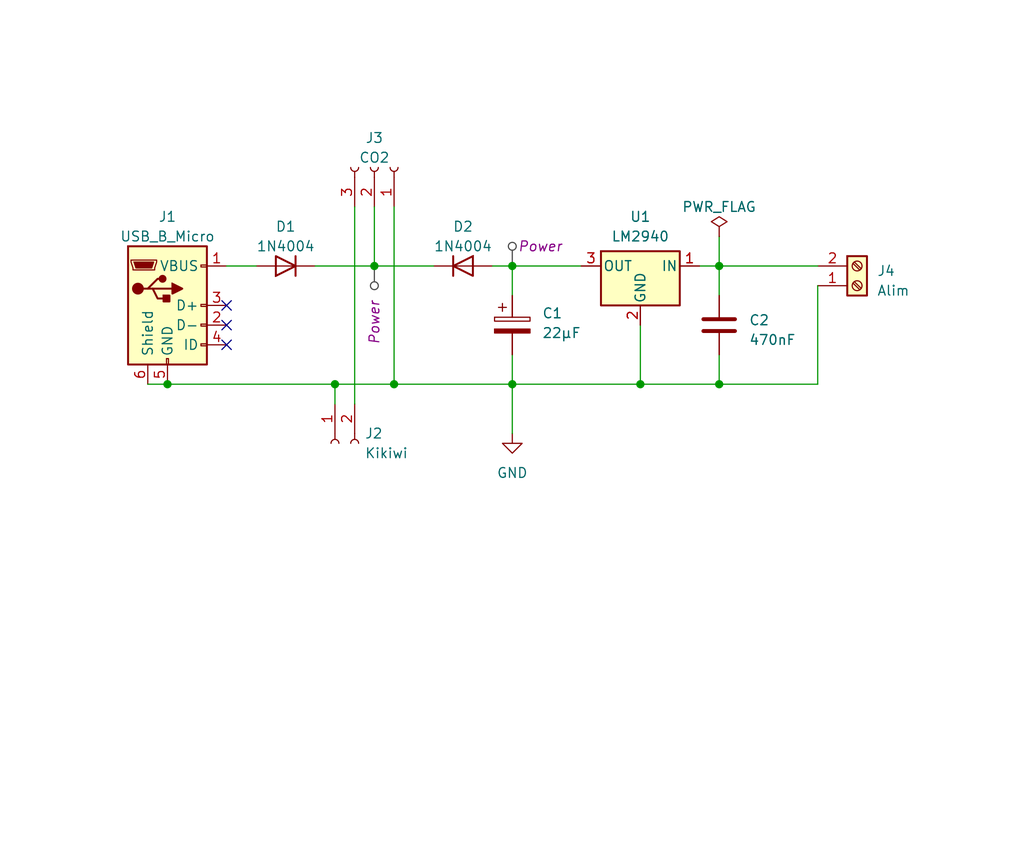
<source format=kicad_sch>
(kicad_sch (version 20230121) (generator eeschema)
  (paper "User" 132.004 110.007)
  (title_block (title "UBPE CO2 sensor power supply 2023") (date "2023-11-11") (rev "1.1") (company "L0AD") (comment 1 "input via external power supply (> 6V) or power bank") (comment 2 "sensor (data only) connected to CNES Kikiwi board"))
  (lib_symbols
    (symbol "Connector:Conn_01x02_Socket" (pin_names (offset 1.016) hide)
      (property "Reference" "J2" (at -1.27 1.27 90))
      (property "Value" "Kikiwi" (at 1.27 1.27 90))
      (symbol "Conn_01x02_Socket_1_1"
        (arc (start 0 -2.032) (mid -0.5058 -2.54) (end 0 -3.048) (stroke (width 0.1524)))
        (polyline (pts (xy -1.27 -2.54) (xy -0.508 -2.54)) (stroke (width 0.1524)))
        (polyline (pts (xy -1.27 0) (xy -0.508 0)) (stroke (width 0.1524)))
        (arc (start 0 0.508) (mid -0.5058 0) (end 0 -0.508) (stroke (width 0.1524)))
        (pin passive line (at -5.08 -2.54 0) (length 3.81) (name "Pin_1") (number "1"))
        (pin passive line (at -5.08 0 0) (length 3.81) (name "Pin_2") (number "2"))
      )
    )
    (symbol "Connector:Conn_01x03_Socket" (pin_names (offset 1.016) hide)
      (property "Reference" "J3" (at 3.81 0 90))
      (property "Value" "CO2" (at 1.27 0 90))
      (symbol "Conn_01x03_Socket_1_1"
        (arc (start 0 -2.032) (mid -0.5058 -2.54) (end 0 -3.048) (stroke (width 0.1524)))
        (polyline (pts (xy -1.27 -2.54) (xy -0.508 -2.54)) (stroke (width 0.1524)))
        (polyline (pts (xy -1.27 0) (xy -0.508 0)) (stroke (width 0.1524)))
        (polyline (pts (xy -1.27 2.54) (xy -0.508 2.54)) (stroke (width 0.1524)))
        (arc (start 0 0.508) (mid -0.5058 0) (end 0 -0.508) (stroke (width 0.1524)))
        (arc (start 0 3.048) (mid -0.5058 2.54) (end 0 2.032) (stroke (width 0.1524)))
        (pin passive line (at -5.08 -2.54 0) (length 3.81) (name "Pin_1") (number "1"))
        (pin passive line (at -5.08 0 0) (length 3.81) (name "Pin_2") (number "2"))
        (pin passive line (at -5.08 2.54 0) (length 3.81) (name "Pin_3") (number "3"))
      )
    )
    (symbol "Connector:Screw_Terminal_01x02" (pin_names (offset 1.016) hide)
      (property "Reference" "J4" (at 2.54 -0.635 0))
      (property "Value" "Alim" (at 2.54 -3.175 0))
      (symbol "Screw_Terminal_01x02_1_1"
        (rectangle (start -1.27 1.27) (end 1.27 -3.81) (stroke (width 0.254)) (fill (type background)))
        (circle (center 0 -2.54) (radius 0.635) (stroke (width 0.1524)))
        (polyline (pts (xy -0.5334 -2.2098) (xy 0.3302 -3.048)) (stroke (width 0.1524)))
        (polyline (pts (xy -0.5334 0.3302) (xy 0.3302 -0.508)) (stroke (width 0.1524)))
        (polyline (pts (xy -0.3556 -2.032) (xy 0.508 -2.8702)) (stroke (width 0.1524)))
        (polyline (pts (xy -0.3556 0.508) (xy 0.508 -0.3302)) (stroke (width 0.1524)))
        (circle (center 0 0) (radius 0.635) (stroke (width 0.1524)))
        (pin passive line (at -5.08 -2.54 0) (length 3.81) (name "Pin_1") (number "1"))
        (pin passive line (at -5.08 0 0) (length 3.81) (name "Pin_2") (number "2"))
      )
    )
    (symbol "Connector:USB_B_Micro" (pin_names (offset 1.016))
      (property "Reference" "J" (at -5.08 11.43 0))
      (property "Value" "USB_B_Micro" (at -5.08 8.89 0))
      (symbol "USB_B_Micro_0_1"
        (rectangle (start -5.08 -7.62) (end 5.08 7.62) (stroke (width 0.254)) (fill (type background)))
        (circle (center -3.81 2.159) (radius 0.635) (stroke (width 0.254)) (fill (type outline)))
        (circle (center -0.635 3.429) (radius 0.381) (stroke (width 0.254)) (fill (type outline)))
        (rectangle (start -0.127 -7.62) (end 0.127 -6.858))
        (polyline (pts (xy -1.905 2.159) (xy 0.635 2.159)) (stroke (width 0.254)))
        (polyline (pts (xy -3.175 2.159) (xy -2.54 2.159) (xy -1.27 3.429) (xy -0.635 3.429)) (stroke (width 0.254)))
        (polyline (pts (xy -2.54 2.159) (xy -1.905 2.159) (xy -1.27 0.889) (xy 0 0.889)) (stroke (width 0.254)))
        (polyline (pts (xy 0.635 2.794) (xy 0.635 1.524) (xy 1.905 2.159) (xy 0.635 2.794)) (stroke (width 0.254)) (fill (type outline)))
        (polyline (pts (xy -4.318 5.588) (xy -1.778 5.588) (xy -2.032 4.826) (xy -4.064 4.826) (xy -4.318 5.588)) (fill (type outline)))
        (polyline (pts (xy -4.699 5.842) (xy -4.699 5.588) (xy -4.445 4.826) (xy -4.445 4.572) (xy -1.651 4.572) (xy -1.651 4.826) (xy -1.397 5.588) (xy -1.397 5.842) (xy -4.699 5.842)))
        (rectangle (start 0.254 1.27) (end -0.508 0.508) (stroke (width 0.254)) (fill (type outline)))
        (rectangle (start 5.08 -5.207) (end 4.318 -4.953))
        (rectangle (start 5.08 -2.667) (end 4.318 -2.413))
        (rectangle (start 5.08 -0.127) (end 4.318 0.127))
        (rectangle (start 5.08 4.953) (end 4.318 5.207))
      )
      (symbol "USB_B_Micro_1_1"
        (pin power_out line (at 7.62 5.08 180) (length 2.54) (name "VBUS") (number "1"))
        (pin bidirectional line (at 7.62 -2.54 180) (length 2.54) (name "D-") (number "2"))
        (pin bidirectional line (at 7.62 0 180) (length 2.54) (name "D+") (number "3"))
        (pin passive line (at 7.62 -5.08 180) (length 2.54) (name "ID") (number "4"))
        (pin power_out line (at 0 -10.16 90) (length 2.54) (name "GND") (number "5"))
        (pin passive line (at -2.54 -10.16 90) (length 2.54) (name "Shield") (number "6"))
      )
    )
    (symbol "Device:C" (pin_numbers hide) (pin_names (offset 0.254))
      (property "Reference" "C" (at 0.635 2.54 0))
      (property "Value" "C" (at 0.635 -2.54 0))
      (symbol "C_0_1"
        (polyline (pts (xy -2.032 -0.762) (xy 2.032 -0.762)) (stroke (width 0.508)))
        (polyline (pts (xy -2.032 0.762) (xy 2.032 0.762)) (stroke (width 0.508)))
      )
      (symbol "C_1_1"
        (pin passive line (at 0 3.81 270) (length 2.794) (name "~") (number "1"))
        (pin passive line (at 0 -3.81 90) (length 2.794) (name "~") (number "2"))
      )
    )
    (symbol "Device:C_Polarized" (pin_numbers hide) (pin_names (offset 0.254))
      (property "Reference" "C" (at 0.635 2.54 0))
      (property "Value" "C_Polarized" (at 0.635 -2.54 0))
      (symbol "C_Polarized_0_1"
        (rectangle (start -2.286 0.508) (end 2.286 1.016))
        (polyline (pts (xy -1.778 2.286) (xy -0.762 2.286)))
        (polyline (pts (xy -1.27 2.794) (xy -1.27 1.778)))
        (rectangle (start 2.286 -0.508) (end -2.286 -1.016) (fill (type outline)))
      )
      (symbol "C_Polarized_1_1"
        (pin passive line (at 0 3.81 270) (length 2.794) (name "~") (number "1"))
        (pin passive line (at 0 -3.81 90) (length 2.794) (name "~") (number "2"))
      )
    )
    (symbol "Diode:1N4004" (pin_numbers hide) (pin_names hide)
      (property "Reference" "D" (at 0 2.54 0))
      (property "Value" "1N4004" (at 0 -2.54 0))
      (symbol "1N4004_0_1"
        (polyline (pts (xy -1.27 1.27) (xy -1.27 -1.27)) (stroke (width 0.254)))
        (polyline (pts (xy 1.27 0) (xy -1.27 0)))
        (polyline (pts (xy 1.27 1.27) (xy 1.27 -1.27) (xy -1.27 0) (xy 1.27 1.27)) (stroke (width 0.254)))
      )
      (symbol "1N4004_1_1"
        (pin passive line (at -3.81 0 0) (length 2.54) (name "K") (number "1"))
        (pin passive line (at 3.81 0 180) (length 2.54) (name "A") (number "2"))
      )
    )
    (symbol "Regulator_Linear:L7805" (pin_names (offset 0.254))
      (property "Reference" "U" (at -3.81 3.175 0))
      (property "Value" "L7805" (at 0 3.175 0))
      (symbol "L7805_0_1"
        (rectangle (start -5.08 1.905) (end 5.08 -5.08) (stroke (width 0.254)) (fill (type background)))
      )
      (symbol "L7805_1_1"
        (pin power_in line (at -7.62 0 0) (length 2.54) (name "IN") (number "1"))
        (pin power_in line (at 0 -7.62 90) (length 2.54) (name "GND") (number "2"))
        (pin power_out line (at 7.62 0 180) (length 2.54) (name "OUT") (number "3"))
      )
    )
    (symbol "power:GND" (power) (pin_names (offset 0))
      (property "Value" "GND" (at 0 -3.81 0))
      (symbol "GND_0_1"
        (polyline (pts (xy 0 0) (xy 0 -1.27) (xy 1.27 -1.27) (xy 0 -2.54) (xy -1.27 -1.27) (xy 0 -1.27)))
      )
      (symbol "GND_1_1"
        (pin power_in line (at 0 0 270) (length 0) hide (name "GND") (number "1"))
      )
    )
    (symbol "power:PWR_FLAG" (power) (pin_numbers hide) (pin_names (offset 0) hide)
      (property "Value" "PWR_FLAG" (at 0 3.81 0))
      (symbol "PWR_FLAG_0_0"
        (pin power_out line (at 0 0 90) (length 0) (name "pwr") (number "1"))
      )
      (symbol "PWR_FLAG_0_1"
        (polyline (pts (xy 0 0) (xy 0 1.27) (xy -1.016 1.905) (xy 0 2.54) (xy 1.016 1.905) (xy 0 1.27)))
      )
    )
  )
  (junction (at 82.55 49.53))
  (junction (at 50.8 49.53))
  (junction (at 43.18 49.53))
  (junction (at 66.04 49.53))
  (junction (at 92.71 49.53))
  (junction (at 21.59 49.53))
  (junction (at 48.26 34.29))
  (junction (at 66.04 34.29))
  (junction (at 92.71 34.29))
  (no_connect (at 29.21 39.37))
  (no_connect (at 29.21 41.91))
  (no_connect (at 29.21 44.45))
  (wire (pts (xy 66.04 34.29) (xy 66.04 38.1)))
  (wire (pts (xy 92.71 34.29) (xy 92.71 38.1)))
  (wire (pts (xy 45.72 26.67) (xy 45.72 52.07)))
  (wire (pts (xy 63.5 34.29) (xy 66.04 34.29)))
  (wire (pts (xy 19.05 49.53) (xy 21.59 49.53)))
  (wire (pts (xy 66.04 49.53) (xy 66.04 55.88)))
  (wire (pts (xy 43.18 52.07) (xy 43.18 49.53)))
  (wire (pts (xy 82.55 49.53) (xy 92.71 49.53)))
  (wire (pts (xy 48.26 34.29) (xy 40.64 34.29)))
  (wire (pts (xy 43.18 49.53) (xy 50.8 49.53)))
  (wire (pts (xy 82.55 41.91) (xy 82.55 49.53)))
  (wire (pts (xy 90.17 34.29) (xy 92.71 34.29)))
  (wire (pts (xy 92.71 49.53) (xy 92.71 45.72)))
  (wire (pts (xy 29.21 34.29) (xy 33.02 34.29)))
  (wire (pts (xy 21.59 49.53) (xy 43.18 49.53)))
  (wire (pts (xy 66.04 49.53) (xy 66.04 45.72)))
  (wire (pts (xy 92.71 30.48) (xy 92.71 34.29)))
  (wire (pts (xy 82.55 49.53) (xy 66.04 49.53)))
  (wire (pts (xy 48.26 26.67) (xy 48.26 34.29)))
  (wire (pts (xy 105.41 49.53) (xy 92.71 49.53)))
  (wire (pts (xy 50.8 26.67) (xy 50.8 49.53)))
  (wire (pts (xy 48.26 34.29) (xy 55.88 34.29)))
  (wire (pts (xy 50.8 49.53) (xy 66.04 49.53)))
  (wire (pts (xy 105.41 36.83) (xy 105.41 49.53)))
  (wire (pts (xy 66.04 34.29) (xy 74.93 34.29)))
  (wire (pts (xy 92.71 34.29) (xy 105.41 34.29)))
  (netclass_flag "" (length 2.54) (shape round) (at 66.04 34.29 0) (property "Netclass" "Power" (at 66.7385 31.75 0) (effects (font italic) (justify left))))
  (netclass_flag "" (length 2.54) (shape round) (at 48.26 34.29 180) (property "Netclass" "Power" (at 48.26 44.45 90) (effects (font italic) (justify left))))
  (symbol (lib_id "Device:C") (at 92.71 41.91 0) (unit 1)
    (property "Reference" "C2" (at 96.52 41.275 0) (effects (justify left)))
    (property "Value" "470nF" (at 96.52 43.815 0) (effects (justify left)))
    (property "Footprint" "Capacitor_THT:C_Rect_L7.0mm_W6.0mm_P5.00mm" (effects hide))
  )
  (symbol (lib_id "Diode:1N4004") (at 36.83 34.29 180) (unit 1)
    (property "Reference" "D1" (at 36.83 29.21 0))
    (property "Value" "1N4004" (at 36.83 31.75 0))
    (property "Footprint" "Diode_THT:D_DO-41_SOD81_P10.16mm_Horizontal" (effects hide))
    (property "Datasheet" "http://www.vishay.com/docs/88503/1n4001.pdf" (effects hide))
    (property "Sim.Device" "D" (effects hide))
    (property "Sim.Pins" "1=K 2=A" (effects hide))
  )
  (symbol (lib_id "Diode:1N4004") (at 59.69 34.29 0) (unit 1)
    (property "Reference" "D2" (at 59.69 29.21 0))
    (property "Value" "1N4004" (at 59.69 31.75 0))
    (property "Footprint" "Diode_THT:D_DO-41_SOD81_P10.16mm_Horizontal" (effects hide))
    (property "Datasheet" "http://www.vishay.com/docs/88503/1n4001.pdf" (effects hide))
    (property "Sim.Device" "D" (effects hide))
    (property "Sim.Pins" "1=K 2=A" (effects hide))
  )
  (symbol (lib_id "power:PWR_FLAG") (at 92.71 30.48 0) (unit 1)
    (property "Reference" "#FLG01" (effects hide))
    (property "Value" "PWR_FLAG" (at 92.71 26.67 0))
  )
  (symbol (lib_id "Connector:USB_B_Micro") (at 21.59 39.37 0) (unit 1)
    (property "Reference" "J1" (at 21.59 27.94 0))
    (property "Value" "USB_B_Micro" (at 21.59 30.48 0))
    (property "Footprint" "Connector_USB:USB_Micro-B_Molex_47346-0001" (effects hide))
  )
  (symbol (lib_id "Connector:Screw_Terminal_01x02") (at 110.49 34.29 0) (unit 1)
    (property "Reference" "J4" (at 113.03 34.925 0) (effects (justify left)))
    (property "Value" "Alim" (at 113.03 37.465 0) (effects (justify left)))
    (property "Footprint" "TerminalBlock_Phoenix:TerminalBlock_Phoenix_MKDS-1,5-2-5.08_1x02_P5.08mm_Horizontal" (effects hide))
  )
  (symbol (lib_id "power:GND") (at 66.04 55.88 0) (unit 1)
    (property "Reference" "#PWR01" (effects hide))
    (property "Value" "GND" (at 66.04 60.96 0))
  )
  (symbol (lib_id "Connector:Conn_01x02_Socket") (at 45.72 57.15 270) (unit 1)
    (property "Reference" "J2" (at 46.99 55.88 90) (effects (justify left)))
    (property "Value" "Kikiwi" (at 46.99 58.42 90) (effects (justify left)))
    (property "Footprint" "Connector_JST:JST_XH_B2B-XH-A_1x02_P2.50mm_Vertical" (effects hide))
  )
  (symbol (lib_id "Device:C_Polarized") (at 66.04 41.91 0) (unit 1)
    (property "Reference" "C1" (at 69.85 40.386 0) (effects (justify left)))
    (property "Value" "22µF" (at 69.85 42.926 0) (effects (justify left)))
    (property "Footprint" "Capacitor_THT:CP_Radial_D5.0mm_P2.50mm" (effects hide))
  )
  (symbol (lib_id "Connector:Conn_01x03_Socket") (at 48.26 21.59 90) (unit 1)
    (property "Reference" "J3" (at 48.26 17.78 90))
    (property "Value" "CO2" (at 48.26 20.32 90))
    (property "Footprint" "Connector_JST:JST_XH_B3B-XH-A_1x03_P2.50mm_Vertical" (effects hide))
  )
  (symbol (lib_id "Regulator_Linear:L7805") (at 82.55 34.29 0) (mirror y) (unit 1)
    (property "Reference" "U1" (at 82.55 27.94 0))
    (property "Value" "LM2940" (at 82.55 30.48 0))
    (property "Footprint" "Package_TO_SOT_THT:TO-220-3_Horizontal_TabDown" (effects hide))
    (property "Datasheet" "http://www.st.com/content/ccc/resource/technical/document/datasheet/41/4f/b3/b0/12/d4/47/88/CD00000444.pdf/files/CD00000444.pdf/jcr:content/translations/en.CD00000444.pdf" (effects hide))
  )
)
</source>
